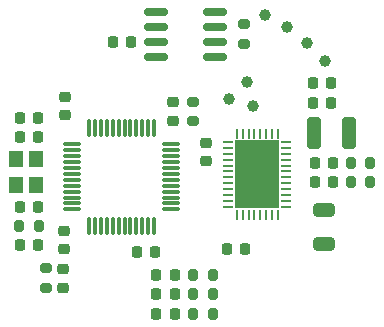
<source format=gbr>
%TF.GenerationSoftware,KiCad,Pcbnew,8.0.6*%
%TF.CreationDate,2024-12-04T23:44:22+08:00*%
%TF.ProjectId,f1oc,66316f63-2e6b-4696-9361-645f70636258,v0.1*%
%TF.SameCoordinates,Original*%
%TF.FileFunction,Soldermask,Top*%
%TF.FilePolarity,Negative*%
%FSLAX46Y46*%
G04 Gerber Fmt 4.6, Leading zero omitted, Abs format (unit mm)*
G04 Created by KiCad (PCBNEW 8.0.6) date 2024-12-04 23:44:22*
%MOMM*%
%LPD*%
G01*
G04 APERTURE LIST*
G04 Aperture macros list*
%AMRoundRect*
0 Rectangle with rounded corners*
0 $1 Rounding radius*
0 $2 $3 $4 $5 $6 $7 $8 $9 X,Y pos of 4 corners*
0 Add a 4 corners polygon primitive as box body*
4,1,4,$2,$3,$4,$5,$6,$7,$8,$9,$2,$3,0*
0 Add four circle primitives for the rounded corners*
1,1,$1+$1,$2,$3*
1,1,$1+$1,$4,$5*
1,1,$1+$1,$6,$7*
1,1,$1+$1,$8,$9*
0 Add four rect primitives between the rounded corners*
20,1,$1+$1,$2,$3,$4,$5,0*
20,1,$1+$1,$4,$5,$6,$7,0*
20,1,$1+$1,$6,$7,$8,$9,0*
20,1,$1+$1,$8,$9,$2,$3,0*%
G04 Aperture macros list end*
%ADD10RoundRect,0.225000X0.225000X0.250000X-0.225000X0.250000X-0.225000X-0.250000X0.225000X-0.250000X0*%
%ADD11RoundRect,0.218750X0.256250X-0.218750X0.256250X0.218750X-0.256250X0.218750X-0.256250X-0.218750X0*%
%ADD12C,1.000000*%
%ADD13RoundRect,0.200000X0.275000X-0.200000X0.275000X0.200000X-0.275000X0.200000X-0.275000X-0.200000X0*%
%ADD14R,0.812800X0.254000*%
%ADD15R,0.254000X0.812800*%
%ADD16R,3.810000X5.791200*%
%ADD17RoundRect,0.225000X-0.225000X-0.250000X0.225000X-0.250000X0.225000X0.250000X-0.225000X0.250000X0*%
%ADD18R,1.200000X1.400000*%
%ADD19RoundRect,0.200000X0.200000X0.275000X-0.200000X0.275000X-0.200000X-0.275000X0.200000X-0.275000X0*%
%ADD20RoundRect,0.225000X0.250000X-0.225000X0.250000X0.225000X-0.250000X0.225000X-0.250000X-0.225000X0*%
%ADD21RoundRect,0.250000X-0.325000X-1.100000X0.325000X-1.100000X0.325000X1.100000X-0.325000X1.100000X0*%
%ADD22RoundRect,0.250000X-0.650000X0.325000X-0.650000X-0.325000X0.650000X-0.325000X0.650000X0.325000X0*%
%ADD23RoundRect,0.075000X-0.662500X-0.075000X0.662500X-0.075000X0.662500X0.075000X-0.662500X0.075000X0*%
%ADD24RoundRect,0.075000X-0.075000X-0.662500X0.075000X-0.662500X0.075000X0.662500X-0.075000X0.662500X0*%
%ADD25RoundRect,0.225000X-0.250000X0.225000X-0.250000X-0.225000X0.250000X-0.225000X0.250000X0.225000X0*%
%ADD26RoundRect,0.150000X-0.825000X-0.150000X0.825000X-0.150000X0.825000X0.150000X-0.825000X0.150000X0*%
%ADD27RoundRect,0.200000X-0.275000X0.200000X-0.275000X-0.200000X0.275000X-0.200000X0.275000X0.200000X0*%
%ADD28RoundRect,0.200000X-0.200000X-0.275000X0.200000X-0.275000X0.200000X0.275000X-0.200000X0.275000X0*%
G04 APERTURE END LIST*
D10*
%TO.C,C1*%
X108375000Y-81500000D03*
X106825000Y-81500000D03*
%TD*%
D11*
%TO.C,D2*%
X110511199Y-85118700D03*
X110511199Y-83543700D03*
%TD*%
D12*
%TO.C,TP3*%
X124556000Y-69192800D03*
%TD*%
D13*
%TO.C,R10*%
X109011200Y-85156200D03*
X109011200Y-83506200D03*
%TD*%
D10*
%TO.C,C17*%
X125940600Y-81892800D03*
X124390600Y-81892800D03*
%TD*%
%TO.C,C16*%
X119947000Y-84077200D03*
X118397000Y-84077200D03*
%TD*%
D14*
%TO.C,U2*%
X129401541Y-78296293D03*
X129401541Y-77796167D03*
X129401541Y-77296041D03*
X129401541Y-76795915D03*
X129401541Y-76295789D03*
X129401541Y-75795663D03*
X129401541Y-75295537D03*
X129401541Y-74795411D03*
X129401541Y-74295285D03*
X129401541Y-73795159D03*
X129401541Y-73295033D03*
X129401541Y-72794907D03*
D15*
X128700882Y-72091200D03*
X128200756Y-72091200D03*
X127700630Y-72091200D03*
X127200504Y-72091200D03*
X126700378Y-72091200D03*
X126200252Y-72091200D03*
X125700126Y-72091200D03*
X125200000Y-72091200D03*
D14*
X124499341Y-72794907D03*
X124499341Y-73295033D03*
X124499341Y-73795159D03*
X124499341Y-74295285D03*
X124499341Y-74795411D03*
X124499341Y-75295537D03*
X124499341Y-75795663D03*
X124499341Y-76295789D03*
X124499341Y-76795915D03*
X124499341Y-77296041D03*
X124499341Y-77796167D03*
X124499341Y-78296293D03*
D15*
X125200000Y-79000000D03*
X125700126Y-79000000D03*
X126200252Y-79000000D03*
X126700378Y-79000000D03*
X127200504Y-79000000D03*
X127700630Y-79000000D03*
X128200756Y-79000000D03*
X128700882Y-79000000D03*
D16*
X126950441Y-75545600D03*
%TD*%
D17*
%TO.C,C8*%
X131825000Y-76200000D03*
X133375000Y-76200000D03*
%TD*%
D12*
%TO.C,TP2*%
X126588000Y-69751600D03*
%TD*%
D18*
%TO.C,Y1*%
X106530000Y-74224000D03*
X106530000Y-76424000D03*
X108230000Y-76424000D03*
X108230000Y-74224000D03*
%TD*%
D19*
%TO.C,R4*%
X123184400Y-87328400D03*
X121534400Y-87328400D03*
%TD*%
%TO.C,R5*%
X123184400Y-85702800D03*
X121534400Y-85702800D03*
%TD*%
D20*
%TO.C,C6*%
X122574800Y-74438200D03*
X122574800Y-72888200D03*
%TD*%
%TO.C,C19*%
X110687600Y-70526600D03*
X110687600Y-68976600D03*
%TD*%
D19*
%TO.C,R8*%
X136506200Y-76200000D03*
X134856200Y-76200000D03*
%TD*%
D17*
%TO.C,C9*%
X131625000Y-67800000D03*
X133175000Y-67800000D03*
%TD*%
D21*
%TO.C,C5*%
X131725000Y-72000000D03*
X134675000Y-72000000D03*
%TD*%
D22*
%TO.C,C13*%
X132600000Y-78525000D03*
X132600000Y-81475000D03*
%TD*%
D10*
%TO.C,C15*%
X119947000Y-85702800D03*
X118397000Y-85702800D03*
%TD*%
D23*
%TO.C,U1*%
X111287500Y-73000000D03*
X111287500Y-73500000D03*
X111287500Y-74000000D03*
X111287500Y-74500000D03*
X111287500Y-75000000D03*
X111287500Y-75500000D03*
X111287500Y-76000000D03*
X111287500Y-76500000D03*
X111287500Y-77000000D03*
X111287500Y-77500000D03*
X111287500Y-78000000D03*
X111287500Y-78500000D03*
D24*
X112700000Y-79912500D03*
X113200000Y-79912500D03*
X113700000Y-79912500D03*
X114200000Y-79912500D03*
X114700000Y-79912500D03*
X115200000Y-79912500D03*
X115700000Y-79912500D03*
X116200000Y-79912500D03*
X116700000Y-79912500D03*
X117200000Y-79912500D03*
X117700000Y-79912500D03*
X118200000Y-79912500D03*
D23*
X119612500Y-78500000D03*
X119612500Y-78000000D03*
X119612500Y-77500000D03*
X119612500Y-77000000D03*
X119612500Y-76500000D03*
X119612500Y-76000000D03*
X119612500Y-75500000D03*
X119612500Y-75000000D03*
X119612500Y-74500000D03*
X119612500Y-74000000D03*
X119612500Y-73500000D03*
X119612500Y-73000000D03*
D24*
X118200000Y-71587500D03*
X117700000Y-71587500D03*
X117200000Y-71587500D03*
X116700000Y-71587500D03*
X116200000Y-71587500D03*
X115700000Y-71587500D03*
X115200000Y-71587500D03*
X114700000Y-71587500D03*
X114200000Y-71587500D03*
X113700000Y-71587500D03*
X113200000Y-71587500D03*
X112700000Y-71587500D03*
%TD*%
D10*
%TO.C,C21*%
X118269800Y-82096000D03*
X116719800Y-82096000D03*
%TD*%
D20*
%TO.C,C20*%
X119831600Y-70983800D03*
X119831600Y-69433800D03*
%TD*%
D10*
%TO.C,C3*%
X108375000Y-78296000D03*
X106825000Y-78296000D03*
%TD*%
D17*
%TO.C,C10*%
X131825000Y-74600000D03*
X133375000Y-74600000D03*
%TD*%
D19*
%TO.C,R6*%
X123184400Y-84077200D03*
X121534400Y-84077200D03*
%TD*%
D12*
%TO.C,TP4*%
X127604000Y-62030000D03*
%TD*%
%TO.C,TP7*%
X131109200Y-64417600D03*
%TD*%
%TO.C,TP6*%
X132684000Y-65941600D03*
%TD*%
D25*
%TO.C,C11*%
X110535200Y-80305000D03*
X110535200Y-81855000D03*
%TD*%
D10*
%TO.C,C14*%
X119947000Y-87328400D03*
X118397000Y-87328400D03*
%TD*%
D12*
%TO.C,TP1*%
X126029200Y-67719600D03*
%TD*%
D17*
%TO.C,C12*%
X131625000Y-69500000D03*
X133175000Y-69500000D03*
%TD*%
D26*
%TO.C,U3*%
X118372600Y-61750600D03*
X118372600Y-63020600D03*
X118372600Y-64290600D03*
X118372600Y-65560600D03*
X123322600Y-65560600D03*
X123322600Y-64290600D03*
X123322600Y-63020600D03*
X123322600Y-61750600D03*
%TD*%
D27*
%TO.C,R2*%
X125822600Y-62848400D03*
X125822600Y-64498400D03*
%TD*%
D10*
%TO.C,C18*%
X108375000Y-70750000D03*
X106825000Y-70750000D03*
%TD*%
%TO.C,C4*%
X116288600Y-64366800D03*
X114738600Y-64366800D03*
%TD*%
D27*
%TO.C,R17*%
X121457200Y-69396000D03*
X121457200Y-71046000D03*
%TD*%
D12*
%TO.C,TP5*%
X129432800Y-63046000D03*
%TD*%
D28*
%TO.C,R1*%
X106775000Y-79898000D03*
X108425000Y-79898000D03*
%TD*%
D17*
%TO.C,C2*%
X106825000Y-72352000D03*
X108375000Y-72352000D03*
%TD*%
D19*
%TO.C,R7*%
X136506200Y-74600000D03*
X134856200Y-74600000D03*
%TD*%
M02*

</source>
